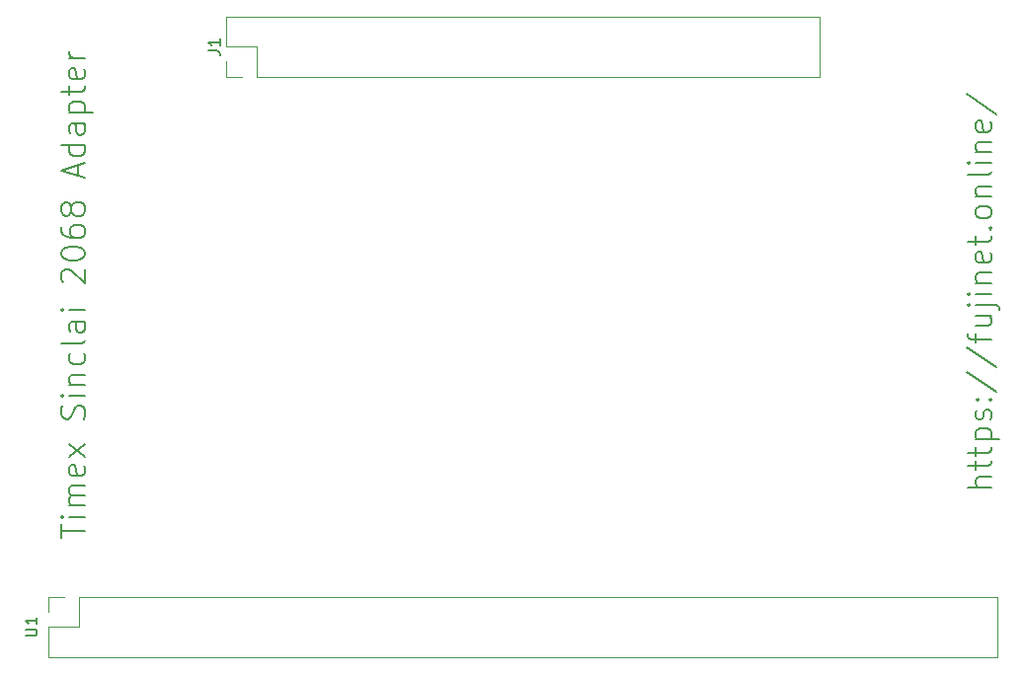
<source format=gbr>
%TF.GenerationSoftware,KiCad,Pcbnew,8.0.5*%
%TF.CreationDate,2024-10-04T15:35:42-04:00*%
%TF.ProjectId,TS 2068 Adapter,54532032-3036-4382-9041-646170746572,rev?*%
%TF.SameCoordinates,Original*%
%TF.FileFunction,Legend,Top*%
%TF.FilePolarity,Positive*%
%FSLAX46Y46*%
G04 Gerber Fmt 4.6, Leading zero omitted, Abs format (unit mm)*
G04 Created by KiCad (PCBNEW 8.0.5) date 2024-10-04 15:35:42*
%MOMM*%
%LPD*%
G01*
G04 APERTURE LIST*
%ADD10C,0.150000*%
%ADD11C,0.120000*%
G04 APERTURE END LIST*
D10*
X62263438Y-138394839D02*
X62263438Y-137251982D01*
X64263438Y-137823411D02*
X62263438Y-137823411D01*
X64263438Y-136585315D02*
X62930104Y-136585315D01*
X62263438Y-136585315D02*
X62358676Y-136680553D01*
X62358676Y-136680553D02*
X62453914Y-136585315D01*
X62453914Y-136585315D02*
X62358676Y-136490077D01*
X62358676Y-136490077D02*
X62263438Y-136585315D01*
X62263438Y-136585315D02*
X62453914Y-136585315D01*
X64263438Y-135632934D02*
X62930104Y-135632934D01*
X63120580Y-135632934D02*
X63025342Y-135537696D01*
X63025342Y-135537696D02*
X62930104Y-135347220D01*
X62930104Y-135347220D02*
X62930104Y-135061505D01*
X62930104Y-135061505D02*
X63025342Y-134871029D01*
X63025342Y-134871029D02*
X63215819Y-134775791D01*
X63215819Y-134775791D02*
X64263438Y-134775791D01*
X63215819Y-134775791D02*
X63025342Y-134680553D01*
X63025342Y-134680553D02*
X62930104Y-134490077D01*
X62930104Y-134490077D02*
X62930104Y-134204363D01*
X62930104Y-134204363D02*
X63025342Y-134013886D01*
X63025342Y-134013886D02*
X63215819Y-133918648D01*
X63215819Y-133918648D02*
X64263438Y-133918648D01*
X64168200Y-132204362D02*
X64263438Y-132394838D01*
X64263438Y-132394838D02*
X64263438Y-132775791D01*
X64263438Y-132775791D02*
X64168200Y-132966267D01*
X64168200Y-132966267D02*
X63977723Y-133061505D01*
X63977723Y-133061505D02*
X63215819Y-133061505D01*
X63215819Y-133061505D02*
X63025342Y-132966267D01*
X63025342Y-132966267D02*
X62930104Y-132775791D01*
X62930104Y-132775791D02*
X62930104Y-132394838D01*
X62930104Y-132394838D02*
X63025342Y-132204362D01*
X63025342Y-132204362D02*
X63215819Y-132109124D01*
X63215819Y-132109124D02*
X63406295Y-132109124D01*
X63406295Y-132109124D02*
X63596771Y-133061505D01*
X64263438Y-131442457D02*
X62930104Y-130394838D01*
X62930104Y-131442457D02*
X64263438Y-130394838D01*
X64168200Y-128204361D02*
X64263438Y-127918647D01*
X64263438Y-127918647D02*
X64263438Y-127442456D01*
X64263438Y-127442456D02*
X64168200Y-127251980D01*
X64168200Y-127251980D02*
X64072961Y-127156742D01*
X64072961Y-127156742D02*
X63882485Y-127061504D01*
X63882485Y-127061504D02*
X63692009Y-127061504D01*
X63692009Y-127061504D02*
X63501533Y-127156742D01*
X63501533Y-127156742D02*
X63406295Y-127251980D01*
X63406295Y-127251980D02*
X63311057Y-127442456D01*
X63311057Y-127442456D02*
X63215819Y-127823409D01*
X63215819Y-127823409D02*
X63120580Y-128013885D01*
X63120580Y-128013885D02*
X63025342Y-128109123D01*
X63025342Y-128109123D02*
X62834866Y-128204361D01*
X62834866Y-128204361D02*
X62644390Y-128204361D01*
X62644390Y-128204361D02*
X62453914Y-128109123D01*
X62453914Y-128109123D02*
X62358676Y-128013885D01*
X62358676Y-128013885D02*
X62263438Y-127823409D01*
X62263438Y-127823409D02*
X62263438Y-127347218D01*
X62263438Y-127347218D02*
X62358676Y-127061504D01*
X64263438Y-126204361D02*
X62930104Y-126204361D01*
X62263438Y-126204361D02*
X62358676Y-126299599D01*
X62358676Y-126299599D02*
X62453914Y-126204361D01*
X62453914Y-126204361D02*
X62358676Y-126109123D01*
X62358676Y-126109123D02*
X62263438Y-126204361D01*
X62263438Y-126204361D02*
X62453914Y-126204361D01*
X62930104Y-125251980D02*
X64263438Y-125251980D01*
X63120580Y-125251980D02*
X63025342Y-125156742D01*
X63025342Y-125156742D02*
X62930104Y-124966266D01*
X62930104Y-124966266D02*
X62930104Y-124680551D01*
X62930104Y-124680551D02*
X63025342Y-124490075D01*
X63025342Y-124490075D02*
X63215819Y-124394837D01*
X63215819Y-124394837D02*
X64263438Y-124394837D01*
X64168200Y-122585313D02*
X64263438Y-122775789D01*
X64263438Y-122775789D02*
X64263438Y-123156742D01*
X64263438Y-123156742D02*
X64168200Y-123347218D01*
X64168200Y-123347218D02*
X64072961Y-123442456D01*
X64072961Y-123442456D02*
X63882485Y-123537694D01*
X63882485Y-123537694D02*
X63311057Y-123537694D01*
X63311057Y-123537694D02*
X63120580Y-123442456D01*
X63120580Y-123442456D02*
X63025342Y-123347218D01*
X63025342Y-123347218D02*
X62930104Y-123156742D01*
X62930104Y-123156742D02*
X62930104Y-122775789D01*
X62930104Y-122775789D02*
X63025342Y-122585313D01*
X64263438Y-121442456D02*
X64168200Y-121632932D01*
X64168200Y-121632932D02*
X63977723Y-121728170D01*
X63977723Y-121728170D02*
X62263438Y-121728170D01*
X64263438Y-119823408D02*
X63215819Y-119823408D01*
X63215819Y-119823408D02*
X63025342Y-119918646D01*
X63025342Y-119918646D02*
X62930104Y-120109122D01*
X62930104Y-120109122D02*
X62930104Y-120490075D01*
X62930104Y-120490075D02*
X63025342Y-120680551D01*
X64168200Y-119823408D02*
X64263438Y-120013884D01*
X64263438Y-120013884D02*
X64263438Y-120490075D01*
X64263438Y-120490075D02*
X64168200Y-120680551D01*
X64168200Y-120680551D02*
X63977723Y-120775789D01*
X63977723Y-120775789D02*
X63787247Y-120775789D01*
X63787247Y-120775789D02*
X63596771Y-120680551D01*
X63596771Y-120680551D02*
X63501533Y-120490075D01*
X63501533Y-120490075D02*
X63501533Y-120013884D01*
X63501533Y-120013884D02*
X63406295Y-119823408D01*
X64263438Y-118871027D02*
X62930104Y-118871027D01*
X62263438Y-118871027D02*
X62358676Y-118966265D01*
X62358676Y-118966265D02*
X62453914Y-118871027D01*
X62453914Y-118871027D02*
X62358676Y-118775789D01*
X62358676Y-118775789D02*
X62263438Y-118871027D01*
X62263438Y-118871027D02*
X62453914Y-118871027D01*
X62453914Y-116490074D02*
X62358676Y-116394836D01*
X62358676Y-116394836D02*
X62263438Y-116204360D01*
X62263438Y-116204360D02*
X62263438Y-115728169D01*
X62263438Y-115728169D02*
X62358676Y-115537693D01*
X62358676Y-115537693D02*
X62453914Y-115442455D01*
X62453914Y-115442455D02*
X62644390Y-115347217D01*
X62644390Y-115347217D02*
X62834866Y-115347217D01*
X62834866Y-115347217D02*
X63120580Y-115442455D01*
X63120580Y-115442455D02*
X64263438Y-116585312D01*
X64263438Y-116585312D02*
X64263438Y-115347217D01*
X62263438Y-114109122D02*
X62263438Y-113918645D01*
X62263438Y-113918645D02*
X62358676Y-113728169D01*
X62358676Y-113728169D02*
X62453914Y-113632931D01*
X62453914Y-113632931D02*
X62644390Y-113537693D01*
X62644390Y-113537693D02*
X63025342Y-113442455D01*
X63025342Y-113442455D02*
X63501533Y-113442455D01*
X63501533Y-113442455D02*
X63882485Y-113537693D01*
X63882485Y-113537693D02*
X64072961Y-113632931D01*
X64072961Y-113632931D02*
X64168200Y-113728169D01*
X64168200Y-113728169D02*
X64263438Y-113918645D01*
X64263438Y-113918645D02*
X64263438Y-114109122D01*
X64263438Y-114109122D02*
X64168200Y-114299598D01*
X64168200Y-114299598D02*
X64072961Y-114394836D01*
X64072961Y-114394836D02*
X63882485Y-114490074D01*
X63882485Y-114490074D02*
X63501533Y-114585312D01*
X63501533Y-114585312D02*
X63025342Y-114585312D01*
X63025342Y-114585312D02*
X62644390Y-114490074D01*
X62644390Y-114490074D02*
X62453914Y-114394836D01*
X62453914Y-114394836D02*
X62358676Y-114299598D01*
X62358676Y-114299598D02*
X62263438Y-114109122D01*
X62263438Y-111728169D02*
X62263438Y-112109122D01*
X62263438Y-112109122D02*
X62358676Y-112299598D01*
X62358676Y-112299598D02*
X62453914Y-112394836D01*
X62453914Y-112394836D02*
X62739628Y-112585312D01*
X62739628Y-112585312D02*
X63120580Y-112680550D01*
X63120580Y-112680550D02*
X63882485Y-112680550D01*
X63882485Y-112680550D02*
X64072961Y-112585312D01*
X64072961Y-112585312D02*
X64168200Y-112490074D01*
X64168200Y-112490074D02*
X64263438Y-112299598D01*
X64263438Y-112299598D02*
X64263438Y-111918645D01*
X64263438Y-111918645D02*
X64168200Y-111728169D01*
X64168200Y-111728169D02*
X64072961Y-111632931D01*
X64072961Y-111632931D02*
X63882485Y-111537693D01*
X63882485Y-111537693D02*
X63406295Y-111537693D01*
X63406295Y-111537693D02*
X63215819Y-111632931D01*
X63215819Y-111632931D02*
X63120580Y-111728169D01*
X63120580Y-111728169D02*
X63025342Y-111918645D01*
X63025342Y-111918645D02*
X63025342Y-112299598D01*
X63025342Y-112299598D02*
X63120580Y-112490074D01*
X63120580Y-112490074D02*
X63215819Y-112585312D01*
X63215819Y-112585312D02*
X63406295Y-112680550D01*
X63120580Y-110394836D02*
X63025342Y-110585312D01*
X63025342Y-110585312D02*
X62930104Y-110680550D01*
X62930104Y-110680550D02*
X62739628Y-110775788D01*
X62739628Y-110775788D02*
X62644390Y-110775788D01*
X62644390Y-110775788D02*
X62453914Y-110680550D01*
X62453914Y-110680550D02*
X62358676Y-110585312D01*
X62358676Y-110585312D02*
X62263438Y-110394836D01*
X62263438Y-110394836D02*
X62263438Y-110013883D01*
X62263438Y-110013883D02*
X62358676Y-109823407D01*
X62358676Y-109823407D02*
X62453914Y-109728169D01*
X62453914Y-109728169D02*
X62644390Y-109632931D01*
X62644390Y-109632931D02*
X62739628Y-109632931D01*
X62739628Y-109632931D02*
X62930104Y-109728169D01*
X62930104Y-109728169D02*
X63025342Y-109823407D01*
X63025342Y-109823407D02*
X63120580Y-110013883D01*
X63120580Y-110013883D02*
X63120580Y-110394836D01*
X63120580Y-110394836D02*
X63215819Y-110585312D01*
X63215819Y-110585312D02*
X63311057Y-110680550D01*
X63311057Y-110680550D02*
X63501533Y-110775788D01*
X63501533Y-110775788D02*
X63882485Y-110775788D01*
X63882485Y-110775788D02*
X64072961Y-110680550D01*
X64072961Y-110680550D02*
X64168200Y-110585312D01*
X64168200Y-110585312D02*
X64263438Y-110394836D01*
X64263438Y-110394836D02*
X64263438Y-110013883D01*
X64263438Y-110013883D02*
X64168200Y-109823407D01*
X64168200Y-109823407D02*
X64072961Y-109728169D01*
X64072961Y-109728169D02*
X63882485Y-109632931D01*
X63882485Y-109632931D02*
X63501533Y-109632931D01*
X63501533Y-109632931D02*
X63311057Y-109728169D01*
X63311057Y-109728169D02*
X63215819Y-109823407D01*
X63215819Y-109823407D02*
X63120580Y-110013883D01*
X63692009Y-107347216D02*
X63692009Y-106394835D01*
X64263438Y-107537692D02*
X62263438Y-106871026D01*
X62263438Y-106871026D02*
X64263438Y-106204359D01*
X64263438Y-104680549D02*
X62263438Y-104680549D01*
X64168200Y-104680549D02*
X64263438Y-104871025D01*
X64263438Y-104871025D02*
X64263438Y-105251978D01*
X64263438Y-105251978D02*
X64168200Y-105442454D01*
X64168200Y-105442454D02*
X64072961Y-105537692D01*
X64072961Y-105537692D02*
X63882485Y-105632930D01*
X63882485Y-105632930D02*
X63311057Y-105632930D01*
X63311057Y-105632930D02*
X63120580Y-105537692D01*
X63120580Y-105537692D02*
X63025342Y-105442454D01*
X63025342Y-105442454D02*
X62930104Y-105251978D01*
X62930104Y-105251978D02*
X62930104Y-104871025D01*
X62930104Y-104871025D02*
X63025342Y-104680549D01*
X64263438Y-102871025D02*
X63215819Y-102871025D01*
X63215819Y-102871025D02*
X63025342Y-102966263D01*
X63025342Y-102966263D02*
X62930104Y-103156739D01*
X62930104Y-103156739D02*
X62930104Y-103537692D01*
X62930104Y-103537692D02*
X63025342Y-103728168D01*
X64168200Y-102871025D02*
X64263438Y-103061501D01*
X64263438Y-103061501D02*
X64263438Y-103537692D01*
X64263438Y-103537692D02*
X64168200Y-103728168D01*
X64168200Y-103728168D02*
X63977723Y-103823406D01*
X63977723Y-103823406D02*
X63787247Y-103823406D01*
X63787247Y-103823406D02*
X63596771Y-103728168D01*
X63596771Y-103728168D02*
X63501533Y-103537692D01*
X63501533Y-103537692D02*
X63501533Y-103061501D01*
X63501533Y-103061501D02*
X63406295Y-102871025D01*
X62930104Y-101918644D02*
X64930104Y-101918644D01*
X63025342Y-101918644D02*
X62930104Y-101728168D01*
X62930104Y-101728168D02*
X62930104Y-101347215D01*
X62930104Y-101347215D02*
X63025342Y-101156739D01*
X63025342Y-101156739D02*
X63120580Y-101061501D01*
X63120580Y-101061501D02*
X63311057Y-100966263D01*
X63311057Y-100966263D02*
X63882485Y-100966263D01*
X63882485Y-100966263D02*
X64072961Y-101061501D01*
X64072961Y-101061501D02*
X64168200Y-101156739D01*
X64168200Y-101156739D02*
X64263438Y-101347215D01*
X64263438Y-101347215D02*
X64263438Y-101728168D01*
X64263438Y-101728168D02*
X64168200Y-101918644D01*
X62930104Y-100394834D02*
X62930104Y-99632930D01*
X62263438Y-100109120D02*
X63977723Y-100109120D01*
X63977723Y-100109120D02*
X64168200Y-100013882D01*
X64168200Y-100013882D02*
X64263438Y-99823406D01*
X64263438Y-99823406D02*
X64263438Y-99632930D01*
X64168200Y-98204358D02*
X64263438Y-98394834D01*
X64263438Y-98394834D02*
X64263438Y-98775787D01*
X64263438Y-98775787D02*
X64168200Y-98966263D01*
X64168200Y-98966263D02*
X63977723Y-99061501D01*
X63977723Y-99061501D02*
X63215819Y-99061501D01*
X63215819Y-99061501D02*
X63025342Y-98966263D01*
X63025342Y-98966263D02*
X62930104Y-98775787D01*
X62930104Y-98775787D02*
X62930104Y-98394834D01*
X62930104Y-98394834D02*
X63025342Y-98204358D01*
X63025342Y-98204358D02*
X63215819Y-98109120D01*
X63215819Y-98109120D02*
X63406295Y-98109120D01*
X63406295Y-98109120D02*
X63596771Y-99061501D01*
X64263438Y-97251977D02*
X62930104Y-97251977D01*
X63311057Y-97251977D02*
X63120580Y-97156739D01*
X63120580Y-97156739D02*
X63025342Y-97061501D01*
X63025342Y-97061501D02*
X62930104Y-96871025D01*
X62930104Y-96871025D02*
X62930104Y-96680548D01*
X141987438Y-134045125D02*
X139987438Y-134045125D01*
X141987438Y-133187982D02*
X140939819Y-133187982D01*
X140939819Y-133187982D02*
X140749342Y-133283220D01*
X140749342Y-133283220D02*
X140654104Y-133473696D01*
X140654104Y-133473696D02*
X140654104Y-133759411D01*
X140654104Y-133759411D02*
X140749342Y-133949887D01*
X140749342Y-133949887D02*
X140844580Y-134045125D01*
X140654104Y-132521315D02*
X140654104Y-131759411D01*
X139987438Y-132235601D02*
X141701723Y-132235601D01*
X141701723Y-132235601D02*
X141892200Y-132140363D01*
X141892200Y-132140363D02*
X141987438Y-131949887D01*
X141987438Y-131949887D02*
X141987438Y-131759411D01*
X140654104Y-131378458D02*
X140654104Y-130616554D01*
X139987438Y-131092744D02*
X141701723Y-131092744D01*
X141701723Y-131092744D02*
X141892200Y-130997506D01*
X141892200Y-130997506D02*
X141987438Y-130807030D01*
X141987438Y-130807030D02*
X141987438Y-130616554D01*
X140654104Y-129949887D02*
X142654104Y-129949887D01*
X140749342Y-129949887D02*
X140654104Y-129759411D01*
X140654104Y-129759411D02*
X140654104Y-129378458D01*
X140654104Y-129378458D02*
X140749342Y-129187982D01*
X140749342Y-129187982D02*
X140844580Y-129092744D01*
X140844580Y-129092744D02*
X141035057Y-128997506D01*
X141035057Y-128997506D02*
X141606485Y-128997506D01*
X141606485Y-128997506D02*
X141796961Y-129092744D01*
X141796961Y-129092744D02*
X141892200Y-129187982D01*
X141892200Y-129187982D02*
X141987438Y-129378458D01*
X141987438Y-129378458D02*
X141987438Y-129759411D01*
X141987438Y-129759411D02*
X141892200Y-129949887D01*
X141892200Y-128235601D02*
X141987438Y-128045125D01*
X141987438Y-128045125D02*
X141987438Y-127664173D01*
X141987438Y-127664173D02*
X141892200Y-127473696D01*
X141892200Y-127473696D02*
X141701723Y-127378458D01*
X141701723Y-127378458D02*
X141606485Y-127378458D01*
X141606485Y-127378458D02*
X141416009Y-127473696D01*
X141416009Y-127473696D02*
X141320771Y-127664173D01*
X141320771Y-127664173D02*
X141320771Y-127949887D01*
X141320771Y-127949887D02*
X141225533Y-128140363D01*
X141225533Y-128140363D02*
X141035057Y-128235601D01*
X141035057Y-128235601D02*
X140939819Y-128235601D01*
X140939819Y-128235601D02*
X140749342Y-128140363D01*
X140749342Y-128140363D02*
X140654104Y-127949887D01*
X140654104Y-127949887D02*
X140654104Y-127664173D01*
X140654104Y-127664173D02*
X140749342Y-127473696D01*
X141796961Y-126521315D02*
X141892200Y-126426077D01*
X141892200Y-126426077D02*
X141987438Y-126521315D01*
X141987438Y-126521315D02*
X141892200Y-126616553D01*
X141892200Y-126616553D02*
X141796961Y-126521315D01*
X141796961Y-126521315D02*
X141987438Y-126521315D01*
X140749342Y-126521315D02*
X140844580Y-126426077D01*
X140844580Y-126426077D02*
X140939819Y-126521315D01*
X140939819Y-126521315D02*
X140844580Y-126616553D01*
X140844580Y-126616553D02*
X140749342Y-126521315D01*
X140749342Y-126521315D02*
X140939819Y-126521315D01*
X139892200Y-124140363D02*
X142463628Y-125854648D01*
X139892200Y-122045125D02*
X142463628Y-123759410D01*
X140654104Y-121664172D02*
X140654104Y-120902268D01*
X141987438Y-121378458D02*
X140273152Y-121378458D01*
X140273152Y-121378458D02*
X140082676Y-121283220D01*
X140082676Y-121283220D02*
X139987438Y-121092744D01*
X139987438Y-121092744D02*
X139987438Y-120902268D01*
X140654104Y-119378458D02*
X141987438Y-119378458D01*
X140654104Y-120235601D02*
X141701723Y-120235601D01*
X141701723Y-120235601D02*
X141892200Y-120140363D01*
X141892200Y-120140363D02*
X141987438Y-119949887D01*
X141987438Y-119949887D02*
X141987438Y-119664172D01*
X141987438Y-119664172D02*
X141892200Y-119473696D01*
X141892200Y-119473696D02*
X141796961Y-119378458D01*
X140654104Y-118426077D02*
X142368390Y-118426077D01*
X142368390Y-118426077D02*
X142558866Y-118521315D01*
X142558866Y-118521315D02*
X142654104Y-118711791D01*
X142654104Y-118711791D02*
X142654104Y-118807029D01*
X139987438Y-118426077D02*
X140082676Y-118521315D01*
X140082676Y-118521315D02*
X140177914Y-118426077D01*
X140177914Y-118426077D02*
X140082676Y-118330839D01*
X140082676Y-118330839D02*
X139987438Y-118426077D01*
X139987438Y-118426077D02*
X140177914Y-118426077D01*
X141987438Y-117473696D02*
X140654104Y-117473696D01*
X139987438Y-117473696D02*
X140082676Y-117568934D01*
X140082676Y-117568934D02*
X140177914Y-117473696D01*
X140177914Y-117473696D02*
X140082676Y-117378458D01*
X140082676Y-117378458D02*
X139987438Y-117473696D01*
X139987438Y-117473696D02*
X140177914Y-117473696D01*
X140654104Y-116521315D02*
X141987438Y-116521315D01*
X140844580Y-116521315D02*
X140749342Y-116426077D01*
X140749342Y-116426077D02*
X140654104Y-116235601D01*
X140654104Y-116235601D02*
X140654104Y-115949886D01*
X140654104Y-115949886D02*
X140749342Y-115759410D01*
X140749342Y-115759410D02*
X140939819Y-115664172D01*
X140939819Y-115664172D02*
X141987438Y-115664172D01*
X141892200Y-113949886D02*
X141987438Y-114140362D01*
X141987438Y-114140362D02*
X141987438Y-114521315D01*
X141987438Y-114521315D02*
X141892200Y-114711791D01*
X141892200Y-114711791D02*
X141701723Y-114807029D01*
X141701723Y-114807029D02*
X140939819Y-114807029D01*
X140939819Y-114807029D02*
X140749342Y-114711791D01*
X140749342Y-114711791D02*
X140654104Y-114521315D01*
X140654104Y-114521315D02*
X140654104Y-114140362D01*
X140654104Y-114140362D02*
X140749342Y-113949886D01*
X140749342Y-113949886D02*
X140939819Y-113854648D01*
X140939819Y-113854648D02*
X141130295Y-113854648D01*
X141130295Y-113854648D02*
X141320771Y-114807029D01*
X140654104Y-113283219D02*
X140654104Y-112521315D01*
X139987438Y-112997505D02*
X141701723Y-112997505D01*
X141701723Y-112997505D02*
X141892200Y-112902267D01*
X141892200Y-112902267D02*
X141987438Y-112711791D01*
X141987438Y-112711791D02*
X141987438Y-112521315D01*
X141796961Y-111854648D02*
X141892200Y-111759410D01*
X141892200Y-111759410D02*
X141987438Y-111854648D01*
X141987438Y-111854648D02*
X141892200Y-111949886D01*
X141892200Y-111949886D02*
X141796961Y-111854648D01*
X141796961Y-111854648D02*
X141987438Y-111854648D01*
X141987438Y-110616553D02*
X141892200Y-110807029D01*
X141892200Y-110807029D02*
X141796961Y-110902267D01*
X141796961Y-110902267D02*
X141606485Y-110997505D01*
X141606485Y-110997505D02*
X141035057Y-110997505D01*
X141035057Y-110997505D02*
X140844580Y-110902267D01*
X140844580Y-110902267D02*
X140749342Y-110807029D01*
X140749342Y-110807029D02*
X140654104Y-110616553D01*
X140654104Y-110616553D02*
X140654104Y-110330838D01*
X140654104Y-110330838D02*
X140749342Y-110140362D01*
X140749342Y-110140362D02*
X140844580Y-110045124D01*
X140844580Y-110045124D02*
X141035057Y-109949886D01*
X141035057Y-109949886D02*
X141606485Y-109949886D01*
X141606485Y-109949886D02*
X141796961Y-110045124D01*
X141796961Y-110045124D02*
X141892200Y-110140362D01*
X141892200Y-110140362D02*
X141987438Y-110330838D01*
X141987438Y-110330838D02*
X141987438Y-110616553D01*
X140654104Y-109092743D02*
X141987438Y-109092743D01*
X140844580Y-109092743D02*
X140749342Y-108997505D01*
X140749342Y-108997505D02*
X140654104Y-108807029D01*
X140654104Y-108807029D02*
X140654104Y-108521314D01*
X140654104Y-108521314D02*
X140749342Y-108330838D01*
X140749342Y-108330838D02*
X140939819Y-108235600D01*
X140939819Y-108235600D02*
X141987438Y-108235600D01*
X141987438Y-106997505D02*
X141892200Y-107187981D01*
X141892200Y-107187981D02*
X141701723Y-107283219D01*
X141701723Y-107283219D02*
X139987438Y-107283219D01*
X141987438Y-106235600D02*
X140654104Y-106235600D01*
X139987438Y-106235600D02*
X140082676Y-106330838D01*
X140082676Y-106330838D02*
X140177914Y-106235600D01*
X140177914Y-106235600D02*
X140082676Y-106140362D01*
X140082676Y-106140362D02*
X139987438Y-106235600D01*
X139987438Y-106235600D02*
X140177914Y-106235600D01*
X140654104Y-105283219D02*
X141987438Y-105283219D01*
X140844580Y-105283219D02*
X140749342Y-105187981D01*
X140749342Y-105187981D02*
X140654104Y-104997505D01*
X140654104Y-104997505D02*
X140654104Y-104711790D01*
X140654104Y-104711790D02*
X140749342Y-104521314D01*
X140749342Y-104521314D02*
X140939819Y-104426076D01*
X140939819Y-104426076D02*
X141987438Y-104426076D01*
X141892200Y-102711790D02*
X141987438Y-102902266D01*
X141987438Y-102902266D02*
X141987438Y-103283219D01*
X141987438Y-103283219D02*
X141892200Y-103473695D01*
X141892200Y-103473695D02*
X141701723Y-103568933D01*
X141701723Y-103568933D02*
X140939819Y-103568933D01*
X140939819Y-103568933D02*
X140749342Y-103473695D01*
X140749342Y-103473695D02*
X140654104Y-103283219D01*
X140654104Y-103283219D02*
X140654104Y-102902266D01*
X140654104Y-102902266D02*
X140749342Y-102711790D01*
X140749342Y-102711790D02*
X140939819Y-102616552D01*
X140939819Y-102616552D02*
X141130295Y-102616552D01*
X141130295Y-102616552D02*
X141320771Y-103568933D01*
X139892200Y-100330838D02*
X142463628Y-102045123D01*
X74848819Y-96599333D02*
X75563104Y-96599333D01*
X75563104Y-96599333D02*
X75705961Y-96646952D01*
X75705961Y-96646952D02*
X75801200Y-96742190D01*
X75801200Y-96742190D02*
X75848819Y-96885047D01*
X75848819Y-96885047D02*
X75848819Y-96980285D01*
X75848819Y-95599333D02*
X75848819Y-96170761D01*
X75848819Y-95885047D02*
X74848819Y-95885047D01*
X74848819Y-95885047D02*
X74991676Y-95980285D01*
X74991676Y-95980285D02*
X75086914Y-96075523D01*
X75086914Y-96075523D02*
X75134533Y-96170761D01*
X59168819Y-146811904D02*
X59978342Y-146811904D01*
X59978342Y-146811904D02*
X60073580Y-146764285D01*
X60073580Y-146764285D02*
X60121200Y-146716666D01*
X60121200Y-146716666D02*
X60168819Y-146621428D01*
X60168819Y-146621428D02*
X60168819Y-146430952D01*
X60168819Y-146430952D02*
X60121200Y-146335714D01*
X60121200Y-146335714D02*
X60073580Y-146288095D01*
X60073580Y-146288095D02*
X59978342Y-146240476D01*
X59978342Y-146240476D02*
X59168819Y-146240476D01*
X60168819Y-145240476D02*
X60168819Y-145811904D01*
X60168819Y-145526190D02*
X59168819Y-145526190D01*
X59168819Y-145526190D02*
X59311676Y-145621428D01*
X59311676Y-145621428D02*
X59406914Y-145716666D01*
X59406914Y-145716666D02*
X59454533Y-145811904D01*
D11*
%TO.C,J1*%
X76394000Y-93666000D02*
X127314000Y-93666000D01*
X76394000Y-96266000D02*
X76394000Y-93666000D01*
X76394000Y-98866000D02*
X76394000Y-97536000D01*
X77724000Y-98866000D02*
X76394000Y-98866000D01*
X78994000Y-96266000D02*
X76394000Y-96266000D01*
X78994000Y-98866000D02*
X78994000Y-96266000D01*
X78994000Y-98866000D02*
X127314000Y-98866000D01*
X127314000Y-98866000D02*
X127314000Y-93666000D01*
%TO.C,U1*%
X61154000Y-143450000D02*
X62484000Y-143450000D01*
X61154000Y-144780000D02*
X61154000Y-143450000D01*
X61154000Y-146050000D02*
X63754000Y-146050000D01*
X61154000Y-148650000D02*
X61154000Y-146050000D01*
X61154000Y-148650000D02*
X142554000Y-148650000D01*
X63754000Y-143450000D02*
X142554000Y-143450000D01*
X63754000Y-146050000D02*
X63754000Y-143450000D01*
X142554000Y-148650000D02*
X142554000Y-143450000D01*
%TD*%
M02*

</source>
